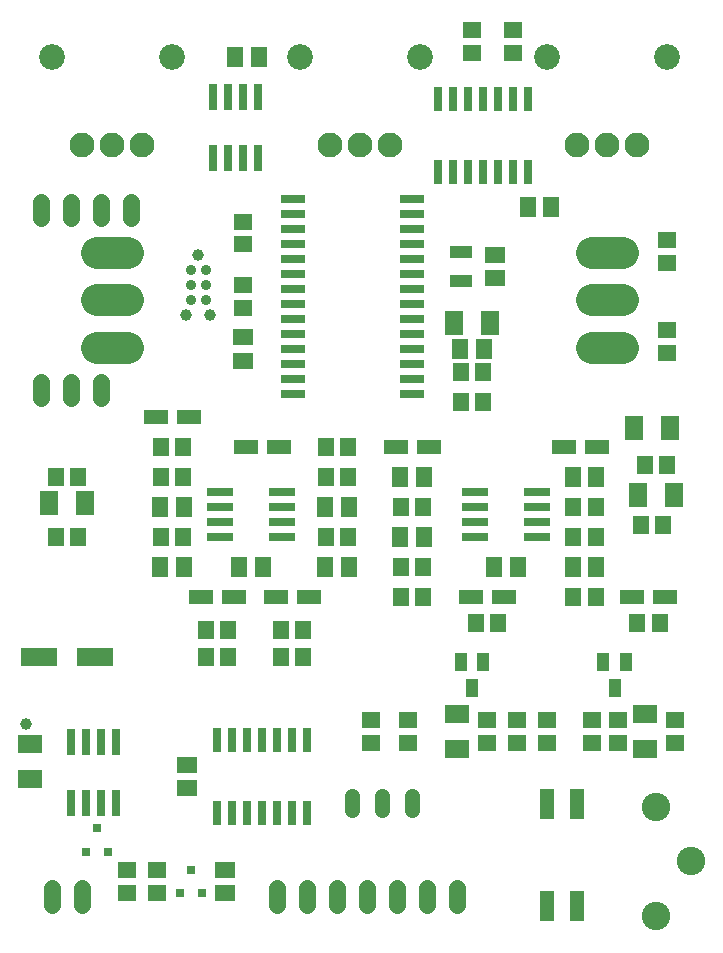
<source format=gts>
G75*
%MOIN*%
%OFA0B0*%
%FSLAX25Y25*%
%IPPOS*%
%LPD*%
%AMOC8*
5,1,8,0,0,1.08239X$1,22.5*
%
%ADD10R,0.08400X0.03000*%
%ADD11R,0.06306X0.05518*%
%ADD12R,0.05518X0.06699*%
%ADD13R,0.06699X0.05518*%
%ADD14R,0.09061X0.02762*%
%ADD15R,0.05518X0.06306*%
%ADD16R,0.12211X0.05912*%
%ADD17C,0.10670*%
%ADD18C,0.09500*%
%ADD19R,0.06306X0.08274*%
%ADD20R,0.08274X0.06306*%
%ADD21R,0.08274X0.05124*%
%ADD22R,0.04337X0.05912*%
%ADD23R,0.02762X0.03156*%
%ADD24C,0.05800*%
%ADD25C,0.08274*%
%ADD26C,0.08589*%
%ADD27R,0.02762X0.09061*%
%ADD28C,0.03500*%
%ADD29C,0.03900*%
%ADD30R,0.07487X0.04337*%
%ADD31R,0.03000X0.08400*%
%ADD32R,0.04849X0.10006*%
%ADD33C,0.05000*%
%ADD34C,0.03943*%
D10*
X0098968Y0183500D03*
X0098968Y0188500D03*
X0098968Y0193500D03*
X0098968Y0198500D03*
X0098968Y0203500D03*
X0098968Y0208500D03*
X0098968Y0213500D03*
X0098968Y0218500D03*
X0098968Y0223500D03*
X0098968Y0228500D03*
X0098968Y0233500D03*
X0098968Y0238500D03*
X0098968Y0243500D03*
X0098968Y0248500D03*
X0138568Y0248500D03*
X0138568Y0243500D03*
X0138568Y0238500D03*
X0138568Y0233500D03*
X0138568Y0228500D03*
X0138568Y0223500D03*
X0138568Y0218500D03*
X0138568Y0213500D03*
X0138568Y0208500D03*
X0138568Y0203500D03*
X0138568Y0198500D03*
X0138568Y0193500D03*
X0138568Y0188500D03*
X0138568Y0183500D03*
D11*
X0082518Y0212260D03*
X0082518Y0219740D03*
X0082518Y0233510D03*
X0082518Y0240990D03*
X0158768Y0297260D03*
X0158768Y0304740D03*
X0172518Y0304740D03*
X0172518Y0297260D03*
X0223768Y0234740D03*
X0223768Y0227260D03*
X0223768Y0204740D03*
X0223768Y0197260D03*
X0226268Y0074740D03*
X0226268Y0067260D03*
X0207518Y0067260D03*
X0207518Y0074740D03*
X0198768Y0074740D03*
X0198768Y0067260D03*
X0183768Y0067260D03*
X0183768Y0074740D03*
X0173768Y0074740D03*
X0173768Y0067260D03*
X0163768Y0067260D03*
X0163768Y0074740D03*
X0137518Y0074740D03*
X0137518Y0067260D03*
X0125018Y0067260D03*
X0125018Y0074740D03*
X0053768Y0024740D03*
X0053768Y0017260D03*
X0043768Y0017260D03*
X0043768Y0024740D03*
D12*
X0054831Y0126000D03*
X0062705Y0126000D03*
X0062705Y0146000D03*
X0054831Y0146000D03*
X0081081Y0126000D03*
X0088955Y0126000D03*
X0109831Y0126000D03*
X0117705Y0126000D03*
X0134831Y0136000D03*
X0142705Y0136000D03*
X0142705Y0156000D03*
X0134831Y0156000D03*
X0117705Y0146000D03*
X0109831Y0146000D03*
X0154831Y0198500D03*
X0162705Y0198500D03*
X0192331Y0156000D03*
X0200205Y0156000D03*
X0200205Y0126000D03*
X0192331Y0126000D03*
X0173955Y0126000D03*
X0166081Y0126000D03*
X0177331Y0246000D03*
X0185205Y0246000D03*
X0087705Y0296000D03*
X0079831Y0296000D03*
D13*
X0082518Y0202437D03*
X0082518Y0194563D03*
X0166268Y0222063D03*
X0166268Y0229937D03*
X0063768Y0059937D03*
X0063768Y0052063D03*
X0076268Y0024937D03*
X0076268Y0017063D03*
D14*
X0074781Y0136000D03*
X0074781Y0141000D03*
X0074781Y0146000D03*
X0074781Y0151000D03*
X0095254Y0151000D03*
X0095254Y0146000D03*
X0095254Y0141000D03*
X0095254Y0136000D03*
X0159781Y0136000D03*
X0159781Y0141000D03*
X0159781Y0146000D03*
X0159781Y0151000D03*
X0180254Y0151000D03*
X0180254Y0146000D03*
X0180254Y0141000D03*
X0180254Y0136000D03*
D15*
X0192528Y0136000D03*
X0200008Y0136000D03*
X0200008Y0146000D03*
X0192528Y0146000D03*
X0215028Y0139750D03*
X0222508Y0139750D03*
X0223758Y0159750D03*
X0216278Y0159750D03*
X0200008Y0116000D03*
X0192528Y0116000D03*
X0213778Y0107250D03*
X0221258Y0107250D03*
X0167508Y0107250D03*
X0160028Y0107250D03*
X0142508Y0116000D03*
X0135028Y0116000D03*
X0135028Y0126000D03*
X0142508Y0126000D03*
X0142508Y0146000D03*
X0135028Y0146000D03*
X0117508Y0136000D03*
X0110028Y0136000D03*
X0110028Y0156000D03*
X0117508Y0156000D03*
X0117508Y0166000D03*
X0110028Y0166000D03*
X0155028Y0181000D03*
X0162508Y0181000D03*
X0162508Y0191000D03*
X0155028Y0191000D03*
X0102508Y0104750D03*
X0095028Y0104750D03*
X0095028Y0096000D03*
X0102508Y0096000D03*
X0077508Y0096000D03*
X0070028Y0096000D03*
X0070028Y0104750D03*
X0077508Y0104750D03*
X0062508Y0136000D03*
X0055028Y0136000D03*
X0055028Y0156000D03*
X0062508Y0156000D03*
X0062508Y0166000D03*
X0055028Y0166000D03*
X0027508Y0156000D03*
X0020028Y0156000D03*
X0020028Y0136000D03*
X0027508Y0136000D03*
D16*
X0033217Y0096000D03*
X0014319Y0096000D03*
D17*
X0033633Y0198950D02*
X0043903Y0198950D01*
X0043903Y0214750D02*
X0033633Y0214750D01*
X0033633Y0230550D02*
X0043903Y0230550D01*
X0198633Y0230550D02*
X0208903Y0230550D01*
X0208903Y0214750D02*
X0198633Y0214750D01*
X0198633Y0198950D02*
X0208903Y0198950D01*
D18*
X0220018Y0046000D03*
X0231818Y0027750D03*
X0220018Y0009500D03*
D19*
X0225923Y0149750D03*
X0214112Y0149750D03*
X0212862Y0172250D03*
X0224673Y0172250D03*
X0164673Y0207250D03*
X0152862Y0207250D03*
X0029673Y0147250D03*
X0017862Y0147250D03*
D20*
X0011268Y0066906D03*
X0011268Y0055094D03*
X0153768Y0065094D03*
X0153768Y0076906D03*
X0216268Y0076906D03*
X0216268Y0065094D03*
D21*
X0212006Y0116000D03*
X0223030Y0116000D03*
X0200530Y0166000D03*
X0189506Y0166000D03*
X0169280Y0116000D03*
X0158256Y0116000D03*
X0144280Y0166000D03*
X0133256Y0166000D03*
X0094280Y0166000D03*
X0083256Y0166000D03*
X0064280Y0176000D03*
X0053256Y0176000D03*
X0068256Y0116000D03*
X0079280Y0116000D03*
X0093256Y0116000D03*
X0104280Y0116000D03*
D22*
X0155028Y0094081D03*
X0162508Y0094081D03*
X0158768Y0085419D03*
X0202528Y0094081D03*
X0210008Y0094081D03*
X0206268Y0085419D03*
D23*
X0068758Y0017063D03*
X0065018Y0024937D03*
X0061278Y0017063D03*
X0037508Y0030813D03*
X0033768Y0038687D03*
X0030028Y0030813D03*
D24*
X0018768Y0018700D02*
X0018768Y0013300D01*
X0028768Y0013300D02*
X0028768Y0018700D01*
X0093768Y0018700D02*
X0093768Y0013300D01*
X0103768Y0013300D02*
X0103768Y0018700D01*
X0113768Y0018700D02*
X0113768Y0013300D01*
X0123768Y0013300D02*
X0123768Y0018700D01*
X0133768Y0018700D02*
X0133768Y0013300D01*
X0143768Y0013300D02*
X0143768Y0018700D01*
X0153768Y0018700D02*
X0153768Y0013300D01*
X0035018Y0182050D02*
X0035018Y0187450D01*
X0025018Y0187450D02*
X0025018Y0182050D01*
X0015018Y0182050D02*
X0015018Y0187450D01*
X0015018Y0242050D02*
X0015018Y0247450D01*
X0025018Y0247450D02*
X0025018Y0242050D01*
X0035018Y0242050D02*
X0035018Y0247450D01*
X0045018Y0247450D02*
X0045018Y0242050D01*
D25*
X0048768Y0266500D03*
X0038768Y0266500D03*
X0028768Y0266500D03*
X0111268Y0266500D03*
X0121268Y0266500D03*
X0131268Y0266500D03*
X0193768Y0266500D03*
X0203768Y0266500D03*
X0213768Y0266500D03*
D26*
X0223768Y0296000D03*
X0183768Y0296000D03*
X0141268Y0296000D03*
X0101268Y0296000D03*
X0058768Y0296000D03*
X0018768Y0296000D03*
D27*
X0072518Y0282486D03*
X0077518Y0282486D03*
X0082518Y0282486D03*
X0087518Y0282486D03*
X0087518Y0262014D03*
X0082518Y0262014D03*
X0077518Y0262014D03*
X0072518Y0262014D03*
X0040018Y0067486D03*
X0035018Y0067486D03*
X0030018Y0067486D03*
X0025018Y0067486D03*
X0025018Y0047014D03*
X0030018Y0047014D03*
X0035018Y0047014D03*
X0040018Y0047014D03*
D28*
X0065018Y0214750D03*
X0070018Y0214750D03*
X0070018Y0219750D03*
X0070018Y0224750D03*
X0065018Y0224750D03*
X0065018Y0219750D03*
D29*
X0063518Y0209750D03*
X0071518Y0209750D03*
X0067518Y0229750D03*
D30*
X0155018Y0230921D03*
X0155018Y0221079D03*
D31*
X0157518Y0257650D03*
X0162518Y0257650D03*
X0167518Y0257650D03*
X0172518Y0257650D03*
X0177518Y0257650D03*
X0177518Y0281850D03*
X0172518Y0281850D03*
X0167518Y0281850D03*
X0162518Y0281850D03*
X0157518Y0281850D03*
X0152518Y0281850D03*
X0147518Y0281850D03*
X0147518Y0257650D03*
X0152518Y0257650D03*
X0103768Y0068100D03*
X0098768Y0068100D03*
X0093768Y0068100D03*
X0088768Y0068100D03*
X0083768Y0068100D03*
X0078768Y0068100D03*
X0073768Y0068100D03*
X0073768Y0043900D03*
X0078768Y0043900D03*
X0083768Y0043900D03*
X0088768Y0043900D03*
X0093768Y0043900D03*
X0098768Y0043900D03*
X0103768Y0043900D03*
D32*
X0183768Y0046679D03*
X0193768Y0046679D03*
X0193768Y0012821D03*
X0183768Y0012821D03*
D33*
X0138768Y0044950D02*
X0138768Y0049550D01*
X0128768Y0049550D02*
X0128768Y0044950D01*
X0118768Y0044950D02*
X0118768Y0049550D01*
D34*
X0010018Y0073500D03*
M02*

</source>
